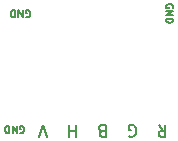
<source format=gto>
G04 #@! TF.GenerationSoftware,KiCad,Pcbnew,(5.1.5)-3*
G04 #@! TF.CreationDate,2020-06-27T01:04:32-04:00*
G04 #@! TF.ProjectId,VGA_PANEL_BREAKOUT,5647415f-5041-44e4-954c-5f425245414b,rev?*
G04 #@! TF.SameCoordinates,Original*
G04 #@! TF.FileFunction,Legend,Top*
G04 #@! TF.FilePolarity,Positive*
%FSLAX46Y46*%
G04 Gerber Fmt 4.6, Leading zero omitted, Abs format (unit mm)*
G04 Created by KiCad (PCBNEW (5.1.5)-3) date 2020-06-27 01:04:32*
%MOMM*%
%LPD*%
G04 APERTURE LIST*
%ADD10C,0.150000*%
G04 APERTURE END LIST*
D10*
X156257142Y-96300000D02*
X156314285Y-96328571D01*
X156400000Y-96328571D01*
X156485714Y-96300000D01*
X156542857Y-96242857D01*
X156571428Y-96185714D01*
X156600000Y-96071428D01*
X156600000Y-95985714D01*
X156571428Y-95871428D01*
X156542857Y-95814285D01*
X156485714Y-95757142D01*
X156400000Y-95728571D01*
X156342857Y-95728571D01*
X156257142Y-95757142D01*
X156228571Y-95785714D01*
X156228571Y-95985714D01*
X156342857Y-95985714D01*
X155971428Y-95728571D02*
X155971428Y-96328571D01*
X155628571Y-95728571D01*
X155628571Y-96328571D01*
X155342857Y-95728571D02*
X155342857Y-96328571D01*
X155200000Y-96328571D01*
X155114285Y-96300000D01*
X155057142Y-96242857D01*
X155028571Y-96185714D01*
X155000000Y-96071428D01*
X155000000Y-95985714D01*
X155028571Y-95871428D01*
X155057142Y-95814285D01*
X155114285Y-95757142D01*
X155200000Y-95728571D01*
X155342857Y-95728571D01*
X168700000Y-95542857D02*
X168728571Y-95485714D01*
X168728571Y-95400000D01*
X168700000Y-95314285D01*
X168642857Y-95257142D01*
X168585714Y-95228571D01*
X168471428Y-95200000D01*
X168385714Y-95200000D01*
X168271428Y-95228571D01*
X168214285Y-95257142D01*
X168157142Y-95314285D01*
X168128571Y-95400000D01*
X168128571Y-95457142D01*
X168157142Y-95542857D01*
X168185714Y-95571428D01*
X168385714Y-95571428D01*
X168385714Y-95457142D01*
X168128571Y-95828571D02*
X168728571Y-95828571D01*
X168128571Y-96171428D01*
X168728571Y-96171428D01*
X168128571Y-96457142D02*
X168728571Y-96457142D01*
X168728571Y-96600000D01*
X168700000Y-96685714D01*
X168642857Y-96742857D01*
X168585714Y-96771428D01*
X168471428Y-96800000D01*
X168385714Y-96800000D01*
X168271428Y-96771428D01*
X168214285Y-96742857D01*
X168157142Y-96685714D01*
X168128571Y-96600000D01*
X168128571Y-96457142D01*
X155757142Y-106100000D02*
X155814285Y-106128571D01*
X155900000Y-106128571D01*
X155985714Y-106100000D01*
X156042857Y-106042857D01*
X156071428Y-105985714D01*
X156100000Y-105871428D01*
X156100000Y-105785714D01*
X156071428Y-105671428D01*
X156042857Y-105614285D01*
X155985714Y-105557142D01*
X155900000Y-105528571D01*
X155842857Y-105528571D01*
X155757142Y-105557142D01*
X155728571Y-105585714D01*
X155728571Y-105785714D01*
X155842857Y-105785714D01*
X155471428Y-105528571D02*
X155471428Y-106128571D01*
X155128571Y-105528571D01*
X155128571Y-106128571D01*
X154842857Y-105528571D02*
X154842857Y-106128571D01*
X154700000Y-106128571D01*
X154614285Y-106100000D01*
X154557142Y-106042857D01*
X154528571Y-105985714D01*
X154500000Y-105871428D01*
X154500000Y-105785714D01*
X154528571Y-105671428D01*
X154557142Y-105614285D01*
X154614285Y-105557142D01*
X154700000Y-105528571D01*
X154842857Y-105528571D01*
X167490476Y-105447619D02*
X167823809Y-105923809D01*
X168061904Y-105447619D02*
X168061904Y-106447619D01*
X167680952Y-106447619D01*
X167585714Y-106400000D01*
X167538095Y-106352380D01*
X167490476Y-106257142D01*
X167490476Y-106114285D01*
X167538095Y-106019047D01*
X167585714Y-105971428D01*
X167680952Y-105923809D01*
X168061904Y-105923809D01*
X165014285Y-106400000D02*
X165109523Y-106447619D01*
X165252380Y-106447619D01*
X165395238Y-106400000D01*
X165490476Y-106304761D01*
X165538095Y-106209523D01*
X165585714Y-106019047D01*
X165585714Y-105876190D01*
X165538095Y-105685714D01*
X165490476Y-105590476D01*
X165395238Y-105495238D01*
X165252380Y-105447619D01*
X165157142Y-105447619D01*
X165014285Y-105495238D01*
X164966666Y-105542857D01*
X164966666Y-105876190D01*
X165157142Y-105876190D01*
X162680952Y-105971428D02*
X162538095Y-105923809D01*
X162490476Y-105876190D01*
X162442857Y-105780952D01*
X162442857Y-105638095D01*
X162490476Y-105542857D01*
X162538095Y-105495238D01*
X162633333Y-105447619D01*
X163014285Y-105447619D01*
X163014285Y-106447619D01*
X162680952Y-106447619D01*
X162585714Y-106400000D01*
X162538095Y-106352380D01*
X162490476Y-106257142D01*
X162490476Y-106161904D01*
X162538095Y-106066666D01*
X162585714Y-106019047D01*
X162680952Y-105971428D01*
X163014285Y-105971428D01*
X160490476Y-105447619D02*
X160490476Y-106447619D01*
X160490476Y-105971428D02*
X159919047Y-105971428D01*
X159919047Y-105447619D02*
X159919047Y-106447619D01*
X158061904Y-106447619D02*
X157728571Y-105447619D01*
X157395238Y-106447619D01*
M02*

</source>
